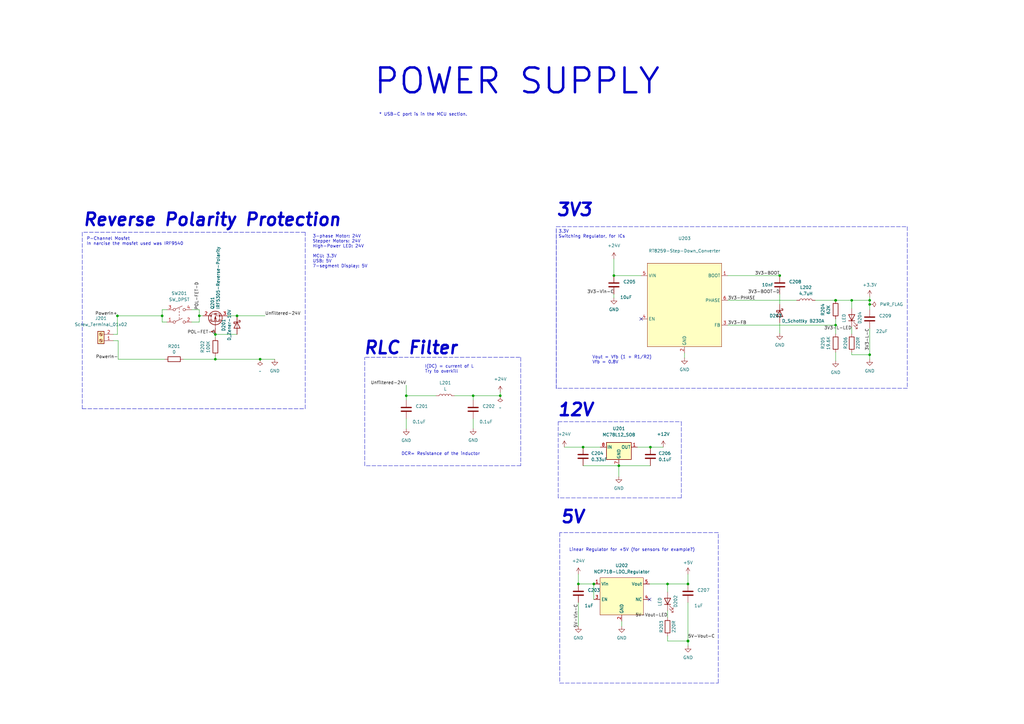
<source format=kicad_sch>
(kicad_sch (version 20211123) (generator eeschema)
  (paper "A3")
  (title_block (title "OpenCelluloid") (date "2023-02-16") (rev "v0.1"))
  (lib_symbols
    (symbol "Connector:Screw_Terminal_01x02" (pin_names (offset 1.016) hide)
      (property "Reference" "J" (at 0 2.54 0))
      (property "Value" "Screw_Terminal_01x02" (at 0 -5.08 0))
      (symbol "Screw_Terminal_01x02_1_1"
        (rectangle (start -1.27 1.27) (end 1.27 -3.81) (stroke (width 0.254)) (fill (type background)))
        (circle (center 0 -2.54) (radius 0.635) (stroke (width 0.1524)))
        (polyline (pts (xy -0.5334 -2.2098) (xy 0.3302 -3.048)) (stroke (width 0.1524)))
        (polyline (pts (xy -0.5334 0.3302) (xy 0.3302 -0.508)) (stroke (width 0.1524)))
        (polyline (pts (xy -0.3556 -2.032) (xy 0.508 -2.8702)) (stroke (width 0.1524)))
        (polyline (pts (xy -0.3556 0.508) (xy 0.508 -0.3302)) (stroke (width 0.1524)))
        (circle (center 0 0) (radius 0.635) (stroke (width 0.1524)))
        (pin passive line (at -5.08 0 0) (length 3.81) (name "Pin_1") (number "1"))
        (pin passive line (at -5.08 -2.54 0) (length 3.81) (name "Pin_2") (number "2"))
      )
    )
    (symbol "Device:C" (pin_numbers hide) (pin_names (offset 0.254))
      (property "Reference" "C" (at 0.635 2.54 0))
      (property "Value" "C" (at 0.635 -2.54 0))
      (symbol "C_0_1"
        (polyline (pts (xy -2.032 -0.762) (xy 2.032 -0.762)) (stroke (width 0.508)))
        (polyline (pts (xy -2.032 0.762) (xy 2.032 0.762)) (stroke (width 0.508)))
      )
      (symbol "C_1_1"
        (pin passive line (at 0 3.81 270) (length 2.794) (name "~") (number "1"))
        (pin passive line (at 0 -3.81 90) (length 2.794) (name "~") (number "2"))
      )
    )
    (symbol "Device:D_Schottky" (pin_numbers hide) (pin_names (offset 1.016) hide)
      (property "Reference" "D" (at 0 2.54 0))
      (property "Value" "D_Schottky" (at 0 -2.54 0))
      (symbol "D_Schottky_0_1"
        (polyline (pts (xy 1.27 0) (xy -1.27 0)))
        (polyline (pts (xy 1.27 1.27) (xy 1.27 -1.27) (xy -1.27 0) (xy 1.27 1.27)) (stroke (width 0.254)))
        (polyline (pts (xy -1.905 0.635) (xy -1.905 1.27) (xy -1.27 1.27) (xy -1.27 -1.27) (xy -0.635 -1.27) (xy -0.635 -0.635)) (stroke (width 0.254)))
      )
      (symbol "D_Schottky_1_1"
        (pin passive line (at -3.81 0 0) (length 2.54) (name "K") (number "1"))
        (pin passive line (at 3.81 0 180) (length 2.54) (name "A") (number "2"))
      )
    )
    (symbol "Device:L" (pin_numbers hide) (pin_names (offset 1.016) hide)
      (property "Reference" "L" (at -1.27 0 90))
      (property "Value" "L" (at 1.905 0 90))
      (symbol "L_0_1"
        (arc (start 0 -2.54) (mid 0.635 -1.905) (end 0 -1.27))
        (arc (start 0 -1.27) (mid 0.635 -0.635) (end 0 0))
        (arc (start 0 0) (mid 0.635 0.635) (end 0 1.27))
        (arc (start 0 1.27) (mid 0.635 1.905) (end 0 2.54))
      )
      (symbol "L_1_1"
        (pin passive line (at 0 3.81 270) (length 1.27) (name "1") (number "1"))
        (pin passive line (at 0 -3.81 90) (length 1.27) (name "2") (number "2"))
      )
    )
    (symbol "Device:LED" (pin_numbers hide) (pin_names (offset 1.016) hide)
      (property "Reference" "D" (at 0 2.54 0))
      (property "Value" "LED" (at 0 -2.54 0))
      (symbol "LED_0_1"
        (polyline (pts (xy -1.27 -1.27) (xy -1.27 1.27)) (stroke (width 0.254)))
        (polyline (pts (xy -1.27 0) (xy 1.27 0)))
        (polyline (pts (xy 1.27 -1.27) (xy 1.27 1.27) (xy -1.27 0) (xy 1.27 -1.27)) (stroke (width 0.254)))
        (polyline (pts (xy -3.048 -0.762) (xy -4.572 -2.286) (xy -3.81 -2.286) (xy -4.572 -2.286) (xy -4.572 -1.524)))
        (polyline (pts (xy -1.778 -0.762) (xy -3.302 -2.286) (xy -2.54 -2.286) (xy -3.302 -2.286) (xy -3.302 -1.524)))
      )
      (symbol "LED_1_1"
        (pin passive line (at -3.81 0 0) (length 2.54) (name "K") (number "1"))
        (pin passive line (at 3.81 0 180) (length 2.54) (name "A") (number "2"))
      )
    )
    (symbol "Device:R" (pin_numbers hide) (pin_names (offset 0))
      (property "Reference" "R" (at 2.032 0 90))
      (property "Value" "R" (at 0 0 90))
      (symbol "R_0_1"
        (rectangle (start -1.016 -2.54) (end 1.016 2.54) (stroke (width 0.254)))
      )
      (symbol "R_1_1"
        (pin passive line (at 0 3.81 270) (length 1.27) (name "~") (number "1"))
        (pin passive line (at 0 -3.81 90) (length 1.27) (name "~") (number "2"))
      )
    )
    (symbol "PWR_FLAG_1" (power) (pin_numbers hide) (pin_names (offset 0) hide)
      (property "Value" "PWR_FLAG_1" (at 0 3.81 0))
      (symbol "PWR_FLAG_1_0_0"
        (pin power_out line (at 0 0 90) (length 0) (name "pwr") (number "1"))
      )
      (symbol "PWR_FLAG_1_0_1"
        (polyline (pts (xy 0 0) (xy 0 1.27) (xy -1.016 1.905) (xy 0 2.54) (xy 1.016 1.905) (xy 0 1.27)))
      )
    )
    (symbol "Regulator_Linear:MC78L12_SO8" (pin_names (offset 0.254))
      (property "Reference" "U" (at -3.81 3.175 0))
      (property "Value" "MC78L12_SO8" (at 0 3.175 0))
      (symbol "MC78L12_SO8_0_1"
        (rectangle (start -5.08 1.905) (end 5.08 -5.08) (stroke (width 0.254)) (fill (type background)))
      )
      (symbol "MC78L12_SO8_1_1"
        (pin power_out line (at 7.62 0 180) (length 2.54) (name "OUT") (number "1"))
        (pin passive line (at 0 -7.62 90) (length 2.54) hide (name "GND") (number "2"))
        (pin passive line (at 0 -7.62 90) (length 2.54) hide (name "GND") (number "3"))
        (pin no_connect line (at -5.08 -2.54 0) (length 2.54) hide (name "NC") (number "4"))
        (pin no_connect line (at 5.08 -2.54 180) (length 2.54) hide (name "NC") (number "5"))
        (pin passive line (at 0 -7.62 90) (length 2.54) hide (name "GND") (number "6"))
        (pin power_in line (at 0 -7.62 90) (length 2.54) (name "GND") (number "7"))
        (pin power_in line (at -7.62 0 0) (length 2.54) (name "IN") (number "8"))
      )
    )
    (symbol "Switch:SW_DPST" (pin_names (offset 0) hide)
      (property "Reference" "SW" (at 0 5.08 0))
      (property "Value" "SW_DPST" (at 0 -5.08 0))
      (symbol "SW_DPST_0_0"
        (circle (center -2.032 -2.54) (radius 0.508))
        (circle (center -2.032 2.54) (radius 0.508))
        (polyline (pts (xy -1.524 -2.286) (xy 1.27 -1.016)))
        (polyline (pts (xy -1.524 2.794) (xy 1.27 4.064)))
        (polyline (pts (xy 0 -1.27) (xy 0 -0.635)))
        (polyline (pts (xy 0 0) (xy 0 0.635)))
        (polyline (pts (xy 0 1.27) (xy 0 1.905)))
        (polyline (pts (xy 0 2.54) (xy 0 3.175)))
        (circle (center 2.032 -2.54) (radius 0.508))
        (circle (center 2.032 2.54) (radius 0.508))
      )
      (symbol "SW_DPST_1_1"
        (pin passive line (at -5.08 -2.54 0) (length 2.54) (name "1") (number "1"))
        (pin passive line (at 5.08 -2.54 180) (length 2.54) (name "2") (number "2"))
        (pin passive line (at -5.08 2.54 0) (length 2.54) (name "3") (number "3"))
        (pin passive line (at 5.08 2.54 180) (length 2.54) (name "4") (number "4"))
      )
    )
    (symbol "ariadne-rescue:IRF5305-Reverse-Polarity-ariadne" (pin_names hide)
      (property "Reference" "Q" (at 3.81 1.905 0))
      (property "Value" "IRF5305-Reverse-Polarity-ariadne" (at 3.81 0 0))
      (symbol "IRF5305-Reverse-Polarity-ariadne_0_1"
        (polyline (pts (xy -1.016 0) (xy -3.81 0)))
        (polyline (pts (xy -1.016 1.905) (xy -1.016 -1.905)) (stroke (width 0.254)))
        (polyline (pts (xy -0.508 -1.27) (xy -0.508 -2.286)) (stroke (width 0.254)))
        (polyline (pts (xy -0.508 0.508) (xy -0.508 -0.508)) (stroke (width 0.254)))
        (polyline (pts (xy -0.508 2.286) (xy -0.508 1.27)) (stroke (width 0.254)))
        (polyline (pts (xy 1.27 2.54) (xy 1.27 1.778)))
        (polyline (pts (xy 1.27 -2.54) (xy 1.27 0) (xy -0.508 0)))
        (polyline (pts (xy -0.508 1.778) (xy 2.032 1.778) (xy 2.032 -1.778) (xy -0.508 -1.778)))
        (polyline (pts (xy 1.016 0) (xy 0 0.381) (xy 0 -0.381) (xy 1.016 0)) (fill (type outline)))
        (polyline (pts (xy 1.524 -0.508) (xy 1.651 -0.381) (xy 2.413 -0.381) (xy 2.54 -0.254)))
        (polyline (pts (xy 2.032 -0.381) (xy 1.651 0.254) (xy 2.413 0.254) (xy 2.032 -0.381)))
        (circle (center 0.381 0) (radius 2.794) (stroke (width 0.254)))
        (circle (center 1.27 -1.778) (radius 0.254) (fill (type outline)))
        (circle (center 1.27 1.778) (radius 0.254) (fill (type outline)))
      )
      (symbol "IRF5305-Reverse-Polarity-ariadne_1_1"
        (pin passive line (at -6.35 0 0) (length 2.54) (name "G") (number "1"))
        (pin output line (at 1.27 5.08 270) (length 2.54) (name "D") (number "2"))
        (pin input line (at 1.27 -5.08 90) (length 2.54) (name "S") (number "3"))
      )
    )
    (symbol "power:+12V" (power) (pin_names (offset 0))
      (property "Value" "+12V" (at 0 3.556 0))
      (symbol "+12V_0_1"
        (polyline (pts (xy -0.762 1.27) (xy 0 2.54)))
        (polyline (pts (xy 0 0) (xy 0 2.54)))
        (polyline (pts (xy 0 2.54) (xy 0.762 1.27)))
      )
      (symbol "+12V_1_1"
        (pin power_in line (at 0 0 90) (length 0) hide (name "+12V") (number "1"))
      )
    )
    (symbol "power:+24V" (power) (pin_names (offset 0))
      (property "Value" "+24V" (at 0 3.556 0))
      (symbol "+24V_0_1"
        (polyline (pts (xy -0.762 1.27) (xy 0 2.54)))
        (polyline (pts (xy 0 0) (xy 0 2.54)))
        (polyline (pts (xy 0 2.54) (xy 0.762 1.27)))
      )
      (symbol "+24V_1_1"
        (pin power_in line (at 0 0 90) (length 0) hide (name "+24V") (number "1"))
      )
    )
    (symbol "power:+3.3V" (power) (pin_names (offset 0))
      (property "Value" "+3.3V" (at 0 3.556 0))
      (symbol "+3.3V_0_1"
        (polyline (pts (xy -0.762 1.27) (xy 0 2.54)))
        (polyline (pts (xy 0 0) (xy 0 2.54)))
        (polyline (pts (xy 0 2.54) (xy 0.762 1.27)))
      )
      (symbol "+3.3V_1_1"
        (pin power_in line (at 0 0 90) (length 0) hide (name "+3.3V") (number "1"))
      )
    )
    (symbol "power:+5V" (power) (pin_names (offset 0))
      (property "Value" "+5V" (at 0 3.556 0))
      (symbol "+5V_0_1"
        (polyline (pts (xy -0.762 1.27) (xy 0 2.54)))
        (polyline (pts (xy 0 0) (xy 0 2.54)))
        (polyline (pts (xy 0 2.54) (xy 0.762 1.27)))
      )
      (symbol "+5V_1_1"
        (pin power_in line (at 0 0 90) (length 0) hide (name "+5V") (number "1"))
      )
    )
    (symbol "power:GND" (power) (pin_names (offset 0))
      (property "Value" "GND" (at 0 -3.81 0))
      (symbol "GND_0_1"
        (polyline (pts (xy 0 0) (xy 0 -1.27) (xy 1.27 -1.27) (xy 0 -2.54) (xy -1.27 -1.27) (xy 0 -1.27)))
      )
      (symbol "GND_1_1"
        (pin power_in line (at 0 0 270) (length 0) hide (name "GND") (number "1"))
      )
    )
    (symbol "power:PWR_FLAG" (power) (pin_numbers hide) (pin_names (offset 0) hide)
      (property "Value" "PWR_FLAG" (at 0 3.81 0))
      (symbol "PWR_FLAG_0_0"
        (pin power_out line (at 0 0 90) (length 0) (name "pwr") (number "1"))
      )
      (symbol "PWR_FLAG_0_1"
        (polyline (pts (xy 0 0) (xy 0 1.27) (xy -1.016 1.905) (xy 0 2.54) (xy 1.016 1.905) (xy 0 1.27)))
      )
    )
    (symbol "privateParts:NCP718-LDO_Regulator"
      (property "Reference" "U" (at 0 15.24 0))
      (property "Value" "NCP718-LDO_Regulator" (at 0 12.7 0))
      (symbol "NCP718-LDO_Regulator_0_0"
        (pin power_in line (at -11.43 7.62 0) (length 2.54) (name "Vin") (number "1"))
        (pin passive line (at 0 -7.62 90) (length 2.54) (name "GND") (number "2"))
        (pin input line (at -11.43 1.27 0) (length 2.54) (name "EN") (number "3"))
        (pin unspecified line (at 11.43 1.27 180) (length 2.54) (name "NC") (number "4"))
        (pin power_out line (at 11.43 7.62 180) (length 2.54) (name "Vout") (number "5"))
      )
      (symbol "NCP718-LDO_Regulator_0_1"
        (rectangle (start -8.89 10.16) (end 8.89 -5.08) (fill (type background)))
      )
    )
    (symbol "privateParts:RT8259-Step-Down_Converter"
      (property "Reference" "U?" (at 0 19.05 0))
      (property "Value" "RT8259-Step-Down_Converter" (at 0 13.97 0))
      (symbol "RT8259-Step-Down_Converter_0_0"
        (pin input line (at 17.78 3.81 180) (length 2.54) (name "BOOT") (number "1"))
        (pin power_in line (at 0 -27.94 90) (length 2.54) (name "GND") (number "2"))
        (pin input line (at 17.78 -16.51 180) (length 2.54) (name "FB") (number "3"))
        (pin input line (at -17.78 -13.97 0) (length 2.54) (name "EN") (number "4"))
        (pin power_in line (at -17.78 3.81 0) (length 2.54) (name "VIN") (number "5"))
        (pin power_out line (at 17.78 -6.35 180) (length 2.54) (name "PHASE") (number "6"))
      )
      (symbol "RT8259-Step-Down_Converter_0_1"
        (rectangle (start -15.24 8.89) (end 15.24 -25.4) (fill (type background)))
      )
    )
  )
  (junction (at 243.5591 239.5123))
  (junction (at 342.7225 123.19))
  (junction (at 166.624 162.306))
  (junction (at 282.194 262.9103))
  (junction (at 342.7225 123.1811))
  (junction (at 253.8225 191.008))
  (junction (at 106.68 147.32))
  (junction (at 282.1671 262.9103))
  (junction (at 194.056 162.306))
  (junction (at 239.1449 183.388))
  (junction (at 356.6925 124.8425))
  (junction (at 81.7347 129.54))
  (junction (at 88.3278 137.16))
  (junction (at 342.7225 133.35))
  (junction (at 48.1666 129.5527))
  (junction (at 66.4947 129.5527))
  (junction (at 282.1671 239.5123))
  (junction (at 349.3265 123.19))
  (junction (at 273.7851 239.5123))
  (junction (at 97.2178 129.54))
  (junction (at 205.1764 162.306))
  (junction (at 266.7629 183.388))
  (junction (at 237.2201 239.5123))
  (junction (at 356.6925 123.19))
  (junction (at 356.6925 145.488))
  (junction (at 319.7964 113.0211))
  (junction (at 251.7905 113.03))
  (junction (at 88.3278 147.32))
  (no_connect (at 262.9665 130.81))
  (no_connect (at 266.4191 245.8623))
  (wire (pts (xy 251.7905 113.03) (xy 262.9665 113.03)))
  (wire (pts (xy 166.624 162.306) (xy 166.624 164.084)))
  (wire (pts (xy 205.1764 162.306) (xy 205.1764 160.9081)))
  (wire (pts (xy 78.5954 127) (xy 81.7347 127)))
  (wire (pts (xy 237.2201 239.5123) (xy 243.5591 239.5123)))
  (wire (pts (xy 342.7225 130.81) (xy 342.7225 133.35)))
  (wire (pts (xy 75.2218 147.32) (xy 88.3278 147.32)))
  (wire (pts (xy 319.7964 132.4023) (xy 319.7964 136.7193)))
  (wire (pts (xy 88.3278 146.05) (xy 88.3278 147.32)))
  (wire (pts (xy 282.1671 262.9103) (xy 282.194 262.9103)))
  (polyline (pts (xy 372.1357 159.258) (xy 228.2701 159.258)))
  (wire (pts (xy 356.6925 124.8425) (xy 356.6925 127)))
  (wire (pts (xy 66.4947 127) (xy 66.4947 129.5527)))
  (wire (pts (xy 93.4078 129.54) (xy 97.2178 129.54)))
  (polyline (pts (xy 228.1685 92.964) (xy 372.1357 92.964)))
  (wire (pts (xy 68.4354 127) (xy 66.4947 127)))
  (wire (pts (xy 243.5591 239.5123) (xy 243.5591 245.8623)))
  (wire (pts (xy 194.056 171.704) (xy 194.056 175.768)))
  (wire (pts (xy 254.9891 254.7523) (xy 254.9891 256.8563)))
  (polyline (pts (xy 149.606 191.008) (xy 149.606 146.558)))
  (wire (pts (xy 261.4425 183.388) (xy 266.7629 183.388)))
  (wire (pts (xy 298.5265 133.35) (xy 342.7225 133.35)))
  (wire (pts (xy 251.7905 106.172) (xy 251.7905 113.03)))
  (wire (pts (xy 186.436 162.306) (xy 194.056 162.306)))
  (wire (pts (xy 66.4947 129.5527) (xy 48.1666 129.5527)))
  (wire (pts (xy 273.7851 260.8483) (xy 273.7851 262.9103)))
  (polyline (pts (xy 125.1578 95.25) (xy 33.7178 95.25)))
  (wire (pts (xy 88.3278 147.32) (xy 106.68 147.32)))
  (wire (pts (xy 46.482 137.16) (xy 48.1666 137.16)))
  (polyline (pts (xy 228.9169 204.216) (xy 228.9169 172.974)))
  (polyline (pts (xy 294.6131 218.4303) (xy 229.5891 218.4303)))
  (wire (pts (xy 342.7225 144.526) (xy 342.7225 147.9798)))
  (wire (pts (xy 81.7347 132.08) (xy 81.7347 129.54)))
  (wire (pts (xy 273.7851 239.5123) (xy 282.1671 239.5123)))
  (wire (pts (xy 66.4947 132.08) (xy 68.4354 132.08)))
  (wire (pts (xy 266.7629 183.388) (xy 272.034 183.388)))
  (wire (pts (xy 266.4191 239.5123) (xy 273.7851 239.5123)))
  (wire (pts (xy 66.4947 129.5527) (xy 66.4947 132.08)))
  (wire (pts (xy 280.7465 144.78) (xy 280.7465 146.812)))
  (wire (pts (xy 81.7347 127) (xy 81.7347 129.54)))
  (polyline (pts (xy 228.1685 93.98) (xy 228.1685 159.3596)))
  (polyline (pts (xy 33.7178 95.25) (xy 33.7178 167.64)))
  (wire (pts (xy 319.7964 113.03) (xy 319.7964 113.0211)))
  (polyline (pts (xy 213.614 191.008) (xy 149.606 191.008)))
  (wire (pts (xy 48.4498 147.32) (xy 67.6018 147.32)))
  (wire (pts (xy 342.7225 123.19) (xy 349.3265 123.19)))
  (wire (pts (xy 81.7347 129.54) (xy 83.2478 129.54)))
  (wire (pts (xy 273.7851 262.9103) (xy 282.1671 262.9103)))
  (polyline (pts (xy 279.4629 172.974) (xy 279.4629 204.216)))
  (polyline (pts (xy 149.86 146.558) (xy 213.614 146.558)))
  (wire (pts (xy 106.68 147.32) (xy 112.7055 147.32)))
  (polyline (pts (xy 213.614 146.558) (xy 213.614 191.008)))
  (polyline (pts (xy 228.1685 159.3596) (xy 228.1685 92.964)))
  (wire (pts (xy 237.2201 235.4526) (xy 237.2201 239.5123)))
  (polyline (pts (xy 229.5891 280.1523) (xy 294.6131 280.1523)))
  (wire (pts (xy 349.3265 144.526) (xy 349.3265 145.488)))
  (wire (pts (xy 273.7851 239.5123) (xy 273.7851 242.8143)))
  (wire (pts (xy 349.3265 123.19) (xy 356.6925 123.19)))
  (wire (pts (xy 349.3265 145.488) (xy 356.6925 145.488)))
  (wire (pts (xy 48.4498 139.7) (xy 48.4498 147.32)))
  (wire (pts (xy 356.6925 121.666) (xy 356.6925 123.19)))
  (polyline (pts (xy 228.2701 159.258) (xy 228.2701 159.3088)))
  (polyline (pts (xy 294.6131 280.1523) (xy 294.6131 218.4303)))
  (wire (pts (xy 356.6925 134.62) (xy 356.6925 145.488)))
  (wire (pts (xy 319.7964 120.6411) (xy 319.7964 124.7823)))
  (wire (pts (xy 282.194 262.9103) (xy 282.194 264.922)))
  (wire (pts (xy 298.5265 113.03) (xy 319.7964 113.03)))
  (wire (pts (xy 239.1449 183.388) (xy 246.2025 183.388)))
  (wire (pts (xy 78.5954 132.08) (xy 81.7347 132.08)))
  (wire (pts (xy 298.5265 123.19) (xy 326.7205 123.19)))
  (wire (pts (xy 237.2201 247.1323) (xy 237.2201 256.8563)))
  (wire (pts (xy 342.7225 123.1811) (xy 342.7225 123.19)))
  (wire (pts (xy 334.3405 123.19) (xy 342.7225 123.19)))
  (wire (pts (xy 251.7905 120.65) (xy 251.7905 122.174)))
  (polyline (pts (xy 372.1357 92.964) (xy 372.1357 159.258)))
  (wire (pts (xy 178.816 162.306) (xy 166.624 162.306)))
  (polyline (pts (xy 33.7178 167.64) (xy 125.1578 167.64)))
  (wire (pts (xy 97.2178 137.16) (xy 88.3278 137.16)))
  (wire (pts (xy 349.3265 134.112) (xy 349.3265 136.906)))
  (wire (pts (xy 356.6925 145.488) (xy 356.6925 147.3581)))
  (wire (pts (xy 273.7851 250.4343) (xy 273.7851 253.2283)))
  (wire (pts (xy 166.624 157.988) (xy 166.624 162.306)))
  (wire (pts (xy 282.1671 235.4526) (xy 282.1671 239.5123)))
  (wire (pts (xy 282.1671 247.1323) (xy 282.1671 262.9103)))
  (wire (pts (xy 48.1666 129.54) (xy 48.1666 129.5527)))
  (wire (pts (xy 253.8225 191.008) (xy 266.7629 191.008)))
  (polyline (pts (xy 228.9169 172.974) (xy 279.4629 172.974)))
  (polyline (pts (xy 279.4629 204.216) (xy 228.9169 204.216)))
  (wire (pts (xy 46.482 139.7) (xy 48.4498 139.7)))
  (wire (pts (xy 349.3265 123.19) (xy 349.3265 126.492)))
  (wire (pts (xy 97.2178 129.54) (xy 108.712 129.54)))
  (wire (pts (xy 253.8225 191.008) (xy 253.8225 195.4785)))
  (polyline (pts (xy 125.1578 167.64) (xy 125.1578 95.25)))
  (wire (pts (xy 166.624 171.704) (xy 166.624 175.8581)))
  (wire (pts (xy 356.6925 123.19) (xy 356.6925 124.8425)))
  (wire (pts (xy 88.3278 138.43) (xy 88.3278 137.16)))
  (wire (pts (xy 48.1666 129.5527) (xy 48.1666 137.16)))
  (wire (pts (xy 231.4705 183.388) (xy 239.1449 183.388)))
  (wire (pts (xy 239.1449 191.008) (xy 253.8225 191.008)))
  (polyline (pts (xy 229.5891 218.4303) (xy 229.5891 280.1523)))
  (wire (pts (xy 342.7225 133.35) (xy 342.7225 136.906)))
  (wire (pts (xy 194.056 162.306) (xy 205.1764 162.306)))
  (wire (pts (xy 194.056 162.306) (xy 194.056 164.084)))
  (text "12V" (at 228.4089 171.196 0) (effects (font (size 5.08 5.08) (thickness 1.016) bold italic) (justify left bottom)))
  (text "Vout = Vfb (1 + R1/R2)\nVfb = 0.8V" (at 242.9005 149.3431 0) (effects (font (size 1.27 1.27)) (justify left bottom)))
  (text "POWER SUPPLY" (at 152.908 39.37 0) (effects (font (size 10.16 10.16) (thickness 1.016) bold) (justify left bottom)))
  (text "3-phase Motor: 24V\nStepper Motors: 24V\nHigh-Power LED: 24V\n\nMCU: 3.3V\nUSB: 5V\n7-segment Display: 5V" (at 128.1995 109.982 0) (effects (font (size 1.27 1.27)) (justify left bottom)))
  (text "Reverse Polarity Protection" (at 33.7178 93.218 0) (effects (font (size 5.08 5.08) (thickness 1.016) bold italic) (justify left bottom)))
  (text "* USB-C port is in the MCU section." (at 155.448 47.752 0) (effects (font (size 1.27 1.27)) (justify left bottom)))
  (text "3V3" (at 227.9145 89.154 0) (effects (font (size 5.08 5.08) (thickness 1.016) bold italic) (justify left bottom)))
  (text "3.3V\nSwitching Regulator, for ICs" (at 229.0321 97.79 0) (effects (font (size 1.27 1.27)) (justify left bottom)))
  (text "RLC Filter" (at 148.844 145.796 0) (effects (font (size 5.08 5.08) (thickness 1.016) bold italic) (justify left bottom)))
  (text "I(DC) = current of L\nTry to overkill" (at 174.244 153.162 0) (effects (font (size 1.27 1.27)) (justify left bottom)))
  (text "DCR= Resistance of the inductor" (at 164.592 186.944 0) (effects (font (size 1.27 1.27)) (justify left bottom)))
  (text "P-Channel Mosfet\nIn narcise the mosfet used was IRF9540" (at 35.4958 100.7685 0) (effects (font (size 1.27 1.27)) (justify left bottom)))
  (text "5V" (at 229.5891 215.1283 0) (effects (font (size 5.08 5.08) (thickness 1.016) bold italic) (justify left bottom)))
  (text "Linear Regulator for +5V (for sensors for example?)" (at 233.3991 226.3043 0) (effects (font (size 1.27 1.27)) (justify left bottom)))
  (label "PowerIn+" (at 48.1666 129.54 180))
  (label "5V-Vin-C" (at 237.2201 247.7107 270))
  (label "3V3-BOOT-D" (at 319.7964 120.6411 180))
  (label "3V3-FB" (at 298.5265 133.35 0))
  (label "5V-Vout-LED" (at 273.7851 253.2283 180))
  (label "POL-FET-D" (at 81.7347 127 90))
  (label "3V3-BOOT" (at 319.7964 113.0211 180))
  (label "3V3-Vin-C" (at 251.7905 120.65 180))
  (label "3V3-L-LED" (at 349.3265 135.4851 180))
  (label "POL-FET-G" (at 88.3278 137.16 180))
  (label "Unfiltered-24V" (at 166.624 157.988 180))
  (label "PowerIn-" (at 48.4498 147.32 180))
  (label "Unfiltered-24V" (at 108.712 129.54 0))
  (label "5V-Vout-C" (at 282.1671 261.9315 0))
  (label "3V3-PHASE" (at 298.5265 123.19 0))
  (label "3V3-L-C" (at 356.6925 134.62 270))
  (symbol (lib_id "power:+24V") (at 237.2201 235.4526 0) (unit 1)
    (property "Reference" "#PWR0206" (effects hide))
    (property "Value" "+24V" (at 237.2201 230.017 0))
  )
  (symbol (lib_id "Device:C") (at 239.1449 187.198 0) (unit 1)
    (property "Reference" "C204" (at 242.4469 185.9279 0) (effects (justify left)))
    (property "Value" "0.33uF" (at 242.4469 188.4679 0) (effects (justify left)))
    (property "Footprint" "Capacitor_SMD:C_1206_3216Metric_Pad1.33x1.80mm_HandSolder" (effects hide))
    (property "Digi-Key_PN" "1276-2860-1-ND" (effects hide))
    (property "Manufacturer_PN" "CL31F334ZBCNNNC" (effects hide))
  )
  (symbol (lib_id "power:GND") (at 319.7964 136.7193 0) (unit 1)
    (property "Reference" "#PWR0216" (effects hide))
    (property "Value" "GND" (at 319.7964 141.4945 0))
  )
  (symbol (lib_id "Device:D_Schottky") (at 97.2178 133.35 270) (unit 1)
    (property "Reference" "D201" (at 91.706 133.35 0))
    (property "Value" "D_Zener-10V" (at 94.0174 133.35 0))
    (property "Footprint" "Diode_SMD:D_SOD-123" (effects hide))
    (property "Digi-Key_PN" "BZT52C10-TPMSCT-ND" (effects hide))
    (property "Manufacturer_PN" "BZT52C10-TP" (effects hide))
  )
  (symbol (lib_id "power:+5V") (at 282.1671 235.4526 0) (unit 1)
    (property "Reference" "#PWR0214" (effects hide))
    (property "Value" "+5V" (at 282.1671 230.7498 0))
  )
  (symbol (lib_id "power:PWR_FLAG") (at 106.68 147.32 180) (unit 1)
    (property "Reference" "#FLG0201" (effects hide))
    (property "Value" "~" (at 106.68 152.2778 0))
  )
  (symbol (lib_id "power:GND") (at 342.7225 147.9798 0) (unit 1)
    (property "Reference" "#PWR0217" (effects hide))
    (property "Value" "GND" (at 342.7225 152.755 0))
  )
  (symbol (lib_id "power:+12V") (at 272.034 183.388 0) (unit 1)
    (property "Reference" "#PWR0212" (effects hide))
    (property "Value" "+12V" (at 272.034 178.054 0))
  )
  (symbol (lib_id "Device:C") (at 266.7629 187.198 0) (unit 1)
    (property "Reference" "C206" (at 270.0649 185.9279 0) (effects (justify left)))
    (property "Value" "0.1uF" (at 270.0649 188.4679 0) (effects (justify left)))
    (property "Footprint" "Capacitor_SMD:C_1206_3216Metric_Pad1.33x1.80mm_HandSolder" (effects hide))
    (property "Digi-Key_PN" "1276-1017-1-ND" (effects hide))
  )
  (symbol (lib_id "Switch:SW_DPST") (at 73.5154 129.54 0) (unit 1)
    (property "Reference" "SW201" (at 73.5154 120.3265 0))
    (property "Value" "SW_DPST" (at 73.5154 122.8665 0))
    (property "Footprint" "PrivateParts:PVA1-EE-H1-Switch" (effects hide))
    (property "Digi-Key_PN" "108-PVA1EEH13.5NV2-ND" (effects hide))
    (property "Manufacturer_PN" "PVA1 EE H1 3.5N V2" (effects hide))
  )
  (symbol (lib_id "ariadne-rescue:IRF5305-Reverse-Polarity-ariadne") (at 88.3278 130.81 90) (unit 1)
    (property "Reference" "Q201" (at 87.1594 126.873 0) (effects (justify left)))
    (property "Value" "IRF5305-Reverse-Polarity" (at 89.4708 126.873 0) (effects (justify left)))
    (property "Footprint" "Package_TO_SOT_SMD:TO-263-3_TabPin2" (effects hide))
    (property "Datasheet" "http://www.irf.com/product-info/datasheets/data/irf7606pbf.pdf" (effects hide))
    (property "Digi-Key_PN" "IRF5305STRLPBFCT-ND" (effects hide))
    (property "Manufacturer_PN" "IRF5305STRLPBF" (effects hide))
  )
  (symbol (lib_id "Device:R") (at 71.4118 147.32 270) (unit 1)
    (property "Reference" "R201" (at 71.4118 142.0622 90))
    (property "Value" "0" (at 71.4118 144.3736 90))
    (property "Footprint" "Resistor_SMD:R_1206_3216Metric_Pad1.30x1.75mm_HandSolder" (effects hide))
    (property "Digi-Key_PN" "RMCF1206ZT0R00CT-ND" (effects hide))
    (property "Manufacturer_PN" "RMCF1206ZT0R00" (effects hide))
  )
  (symbol (lib_id "Device:C") (at 237.2201 243.3223 0) (unit 1)
    (property "Reference" "C203" (at 241.0301 242.0522 0) (effects (justify left)))
    (property "Value" "1uF" (at 239.7601 248.4023 0) (effects (justify left)))
    (property "Footprint" "Capacitor_SMD:C_1206_3216Metric_Pad1.33x1.80mm_HandSolder" (effects hide))
    (property "Digi-Key_PN" "1276-1097-1-ND" (effects hide))
    (property "Manufacturer_PN" "CL31B105KAHNNNE" (effects hide))
  )
  (symbol (lib_id "privateParts:RT8259-Step-Down_Converter") (at 280.7465 116.84 0) (unit 1)
    (property "Reference" "U203" (at 280.7465 97.79 0))
    (property "Value" "RT8259-Step-Down_Converter" (at 280.7465 102.87 0))
    (property "Footprint" "Package_TO_SOT_SMD:SOT-23-6_Handsoldering" (effects hide))
    (property "Datasheet" "https://www.richtek.com/assets/product_file/RT8259/DS8259-03.pdf" (effects hide))
    (property "Digi-Key_PN" "1028-1497-1-ND" (effects hide))
    (property "Manufacturer_PN" "RT8259GE" (effects hide))
  )
  (symbol (lib_id "power:GND") (at 280.7465 146.812 0) (unit 1)
    (property "Reference" "#PWR0213" (effects hide))
    (property "Value" "GND" (at 280.7465 151.5872 0))
  )
  (symbol (lib_id "power:+24V") (at 231.4705 183.388 0) (unit 1)
    (property "Reference" "#PWR0205" (effects hide))
    (property "Value" "+24V" (at 231.4705 178.054 0))
  )
  (symbol (lib_id "Device:L") (at 330.5305 123.19 90) (unit 1)
    (property "Reference" "L202" (at 330.5305 117.8856 90))
    (property "Value" "4.7uH" (at 330.5305 120.4256 90))
    (property "Footprint" "Inductor_SMD:L_TDK_SLF7045" (effects hide))
    (property "Manufacturer_PN" "SLF7045T-4R7M2R0-PF" (effects hide))
    (property "Digi-Key_PN" "445-2026-1-ND" (effects hide))
  )
  (symbol (lib_id "Device:C") (at 251.7905 116.84 0) (unit 1)
    (property "Reference" "C205" (at 255.6005 115.5699 0) (effects (justify left)))
    (property "Value" "10uF" (at 254.3305 121.92 0) (effects (justify left)))
    (property "Footprint" "Capacitor_SMD:C_1206_3216Metric_Pad1.33x1.80mm_HandSolder" (effects hide))
    (property "Digi-Key_PN" "1276-1079-1-ND" (effects hide))
    (property "Manufacturer_PN" "CL31A106KQHNNNE" (effects hide))
  )
  (symbol (lib_id "Device:R") (at 349.3265 140.716 0) (unit 1)
    (property "Reference" "R206" (at 346.7865 140.716 90))
    (property "Value" "220R" (at 351.8665 140.716 90))
    (property "Footprint" "Resistor_SMD:R_1206_3216Metric_Pad1.30x1.75mm_HandSolder" (effects hide))
    (property "Digi-Key_PN" "311-220ERCT-ND" (effects hide))
    (property "Manufacturer_PN" "RC1206JR-07220RL" (effects hide))
  )
  (symbol (lib_id "power:GND") (at 282.194 264.922 0) (unit 1)
    (property "Reference" "#PWR0215" (effects hide))
    (property "Value" "GND" (at 282.194 269.6972 0))
  )
  (symbol (lib_id "Device:R") (at 342.7225 127 0) (unit 1)
    (property "Reference" "R204" (at 337.4647 127 90))
    (property "Value" "62K" (at 339.7761 127 90))
    (property "Footprint" "Resistor_SMD:R_1206_3216Metric_Pad1.30x1.75mm_HandSolder" (effects hide))
    (property "Digi-Key_PN" "311-62.0KFRCT-ND" (effects hide))
    (property "Manufacturer_PN" "RC1206FR-0762KL" (effects hide))
  )
  (symbol (lib_id "power:GND") (at 356.6925 147.3581 0) (unit 1)
    (property "Reference" "#PWR0219" (effects hide))
    (property "Value" "GND" (at 356.6925 152.1333 0))
  )
  (symbol (lib_id "power:GND") (at 253.8225 195.4785 0) (unit 1)
    (property "Reference" "#PWR0210" (effects hide))
    (property "Value" "GND" (at 253.8225 200.2537 0))
  )
  (symbol (lib_id "Device:C") (at 356.6925 130.81 0) (unit 1)
    (property "Reference" "C209" (at 360.5025 129.5399 0) (effects (justify left)))
    (property "Value" "22uF" (at 359.2325 135.89 0) (effects (justify left)))
    (property "Footprint" "Capacitor_SMD:C_1206_3216Metric_Pad1.33x1.80mm_HandSolder" (effects hide))
    (property "Digi-Key_PN" "1276-2728-1-ND" (effects hide))
    (property "Manufacturer_PN" "CL31A226MOCLNNC" (effects hide))
  )
  (symbol (lib_name "PWR_FLAG_1") (lib_id "power:PWR_FLAG") (at 356.6925 124.8425 270) (unit 1)
    (property "Reference" "#FLG0203" (effects hide))
    (property "Value" "PWR_FLAG" (at 360.7565 124.8424 90) (effects (justify left)))
  )
  (symbol (lib_id "privateParts:NCP718-LDO_Regulator") (at 254.9891 247.1323 0) (unit 1)
    (property "Reference" "U202" (at 254.9891 231.9431 0))
    (property "Value" "NCP718-LDO_Regulator" (at 254.9891 234.4831 0))
    (property "Footprint" "Package_TO_SOT_SMD:SOT-23-5_HandSoldering" (effects hide))
    (property "Datasheet" "https://www.onsemi.com/pdf/datasheet/ncp718-d.pdf" (effects hide))
    (property "Digi-Key_PN" "NCP718BSN500T1GOSCT-ND" (effects hide))
    (property "Manufacturer_PN" "NCP718BSN500T1G" (effects hide))
  )
  (symbol (lib_id "power:+24V") (at 205.1764 160.9081 0) (unit 1)
    (property "Reference" "#PWR0204" (effects hide))
    (property "Value" "+24V" (at 205.1764 155.4725 0))
  )
  (symbol (lib_id "Device:C") (at 319.7964 116.8311 0) (unit 1)
    (property "Reference" "C208" (at 323.6064 115.561 0) (effects (justify left)))
    (property "Value" "10nF" (at 312.4398 116.8311 0) (effects (justify left)))
    (property "Footprint" "Capacitor_SMD:C_1206_3216Metric_Pad1.33x1.80mm_HandSolder" (effects hide))
    (property "Digi-Key_PN" "478-1542-1-ND" (effects hide))
    (property "Manufacturer_PN" "12065C103KAT2A" (effects hide))
  )
  (symbol (lib_id "power:GND") (at 237.2201 256.8563 0) (unit 1)
    (property "Reference" "#PWR0207" (effects hide))
    (property "Value" "GND" (at 237.2201 261.6315 0))
  )
  (symbol (lib_id "Device:C") (at 194.056 167.894 0) (unit 1)
    (property "Reference" "C202" (at 197.866 166.6239 0) (effects (justify left)))
    (property "Value" "0.1uF" (at 196.596 172.974 0) (effects (justify left)))
    (property "Footprint" "Capacitor_SMD:C_1206_3216Metric_Pad1.33x1.80mm_HandSolder" (effects hide))
    (property "Digi-Key_PN" "1276-1017-1-ND" (effects hide))
    (property "Manufacturer_PN" "CL31B104KBCNNNC" (effects hide))
  )
  (symbol (lib_id "Device:R") (at 342.7225 140.716 0) (unit 1)
    (property "Reference" "R205" (at 337.4647 140.716 90))
    (property "Value" "19.6K" (at 339.7761 140.716 90))
    (property "Footprint" "Resistor_SMD:R_1206_3216Metric_Pad1.30x1.75mm_HandSolder" (effects hide))
    (property "Digi-Key_PN" "10-ERA-8AEB1962VCT-ND" (effects hide))
    (property "Manufacturer_PN" "ERA-8AEB1962V" (effects hide))
  )
  (symbol (lib_id "power:GND") (at 166.624 175.8581 0) (unit 1)
    (property "Reference" "#PWR0202" (effects hide))
    (property "Value" "GND" (at 166.624 180.6333 0))
  )
  (symbol (lib_id "Regulator_Linear:MC78L12_SO8") (at 253.8225 183.388 0) (unit 1)
    (property "Reference" "U201" (at 253.8225 175.768 0))
    (property "Value" "MC78L12_SO8" (at 253.8225 178.308 0))
    (property "Footprint" "Package_SO:SOIC-8_3.9x4.9mm_P1.27mm" (effects hide))
    (property "Datasheet" "https://www.onsemi.com/pub/Collateral/MC78L00A-D.PDF" (effects hide))
    (property "Manufacturer_PN" "MC78L12ABDR2G" (effects hide))
    (property "Digi-Key_PN" "MC78L12ABDR2GOSCT-ND" (effects hide))
  )
  (symbol (lib_id "power:GND") (at 194.056 175.768 0) (unit 1)
    (property "Reference" "#PWR0203" (effects hide))
    (property "Value" "GND" (at 194.056 180.5432 0))
  )
  (symbol (lib_id "Device:L") (at 182.626 162.306 90) (unit 1)
    (property "Reference" "L201" (at 182.626 157.0016 90))
    (property "Value" "L" (at 182.626 159.5416 90))
    (property "Footprint" "PrivateParts:0640CDMCC-DS_PowerInductor" (effects hide))
    (property "Manufacturer_PN" "0640CDMCCDS-R15MC" (effects hide))
    (property "Digi-Key_PN" "308-0640CDMCCDS-R15MCCT-ND" (effects hide))
  )
  (symbol (lib_id "Device:LED") (at 349.3265 130.302 90) (unit 1)
    (property "Reference" "D204" (at 352.6285 130.302 0))
    (property "Value" "LED" (at 346.1515 130.4798 0))
    (property "Footprint" "LED_SMD:LED_1206_3216Metric_Pad1.42x1.75mm_HandSolder" (effects hide))
    (property "Manufacturer_PN" "LTST-C150KSKT" (effects hide))
    (property "Digi-Key_PN" "160-1406-1-ND" (effects hide))
  )
  (symbol (lib_id "power:GND") (at 251.7905 122.174 0) (unit 1)
    (property "Reference" "#PWR0209" (effects hide))
    (property "Value" "GND" (at 251.7905 126.9492 0))
  )
  (symbol (lib_id "power:PWR_FLAG") (at 205.1764 162.306 180) (unit 1)
    (property "Reference" "#FLG0202" (effects hide))
    (property "Value" "~" (at 205.1764 167.2638 0))
  )
  (symbol (lib_id "Connector:Screw_Terminal_01x02") (at 41.402 139.7 180) (unit 1)
    (property "Reference" "J201" (at 41.402 130.556 0))
    (property "Value" "Screw_Terminal_01x02" (at 41.402 133.096 0))
    (property "Footprint" "TerminalBlock:TerminalBlock_Altech_AK300-2_P5.00mm" (effects hide))
  )
  (symbol (lib_id "Device:LED") (at 273.7851 246.6243 90) (unit 1)
    (property "Reference" "D202" (at 277.0871 246.6243 0))
    (property "Value" "LED" (at 270.6101 246.8021 0))
    (property "Footprint" "LED_SMD:LED_1206_3216Metric_Pad1.42x1.75mm_HandSolder" (effects hide))
    (property "Manufacturer_PN" "LTST-C150KSKT" (effects hide))
    (property "Digi-Key_PN" "160-1406-1-ND" (effects hide))
  )
  (symbol (lib_id "power:+24V") (at 251.7905 106.172 0) (unit 1)
    (property "Reference" "#PWR0208" (effects hide))
    (property "Value" "+24V" (at 251.7905 100.7364 0))
  )
  (symbol (lib_id "Device:R") (at 273.7851 257.0383 0) (unit 1)
    (property "Reference" "R203" (at 271.2451 257.0383 90))
    (property "Value" "220R" (at 276.3251 257.0383 90))
    (property "Footprint" "Resistor_SMD:R_1206_3216Metric_Pad1.30x1.75mm_HandSolder" (effects hide))
    (property "Digi-Key_PN" "311-220ERCT-ND" (effects hide))
    (property "Manufacturer_PN" "RC1206JR-07220RL" (effects hide))
  )
  (symbol (lib_id "Device:C") (at 282.1671 243.3223 0) (unit 1)
    (property "Reference" "C207" (at 285.9771 242.0522 0) (effects (justify left)))
    (property "Value" "1uF" (at 284.7071 248.4023 0) (effects (justify left)))
    (property "Footprint" "Capacitor_SMD:C_1206_3216Metric_Pad1.33x1.80mm_HandSolder" (effects hide))
    (property "Digi-Key_PN" "1276-1097-1-ND" (effects hide))
    (property "Manufacturer_PN" "CL31B105KAHNNNE" (effects hide))
  )
  (symbol (lib_id "power:GND") (at 112.7055 147.32 0) (unit 1)
    (property "Reference" "#PWR0201" (effects hide))
    (property "Value" "GND" (at 112.7055 152.0952 0))
  )
  (symbol (lib_id "Device:R") (at 88.3278 142.24 0) (unit 1)
    (property "Reference" "R202" (at 83.07 142.24 90))
    (property "Value" "100K" (at 85.3814 142.24 90))
    (property "Footprint" "Resistor_SMD:R_1206_3216Metric_Pad1.30x1.75mm_HandSolder" (effects hide))
    (property "Digi-Key_PN" "311-100KERCT-ND" (effects hide))
    (property "Manufacturer_PN" "RC1206JR-07100KL" (effects hide))
  )
  (symbol (lib_id "power:GND") (at 254.9891 256.8563 0) (unit 1)
    (property "Reference" "#PWR0211" (effects hide))
    (property "Value" "GND" (at 254.9891 261.6315 0))
  )
  (symbol (lib_id "Device:C") (at 166.624 167.894 0) (unit 1)
    (property "Reference" "C201" (at 170.434 166.6239 0) (effects (justify left)))
    (property "Value" "0.1uF" (at 169.164 172.974 0) (effects (justify left)))
    (property "Footprint" "Capacitor_SMD:C_1206_3216Metric_Pad1.33x1.80mm_HandSolder" (effects hide))
    (property "Digi-Key_PN" "1276-1017-1-ND" (effects hide))
    (property "Manufacturer_PN" "CL31B104KBCNNNC" (effects hide))
  )
  (symbol (lib_id "power:+3.3V") (at 356.6925 121.666 0) (unit 1)
    (property "Reference" "#PWR0218" (effects hide))
    (property "Value" "+3.3V" (at 356.6925 116.84 0))
  )
  (symbol (lib_id "Device:D_Schottky") (at 319.7964 128.5923 270) (unit 1)
    (property "Reference" "D203" (at 315.5894 129.5067 90) (effects (justify left)))
    (property "Value" "D_Schottky B230A" (at 320.6694 131.6403 90) (effects (justify left)))
    (property "Footprint" "Diode_SMD:D_SMA_Handsoldering" (effects hide))
    (property "Digi-Key_PN" "B230AF-13DICT-ND" (effects hide))
    (property "Manufacturer_PN" "B230AF-13" (effects hide))
  )
)
</source>
